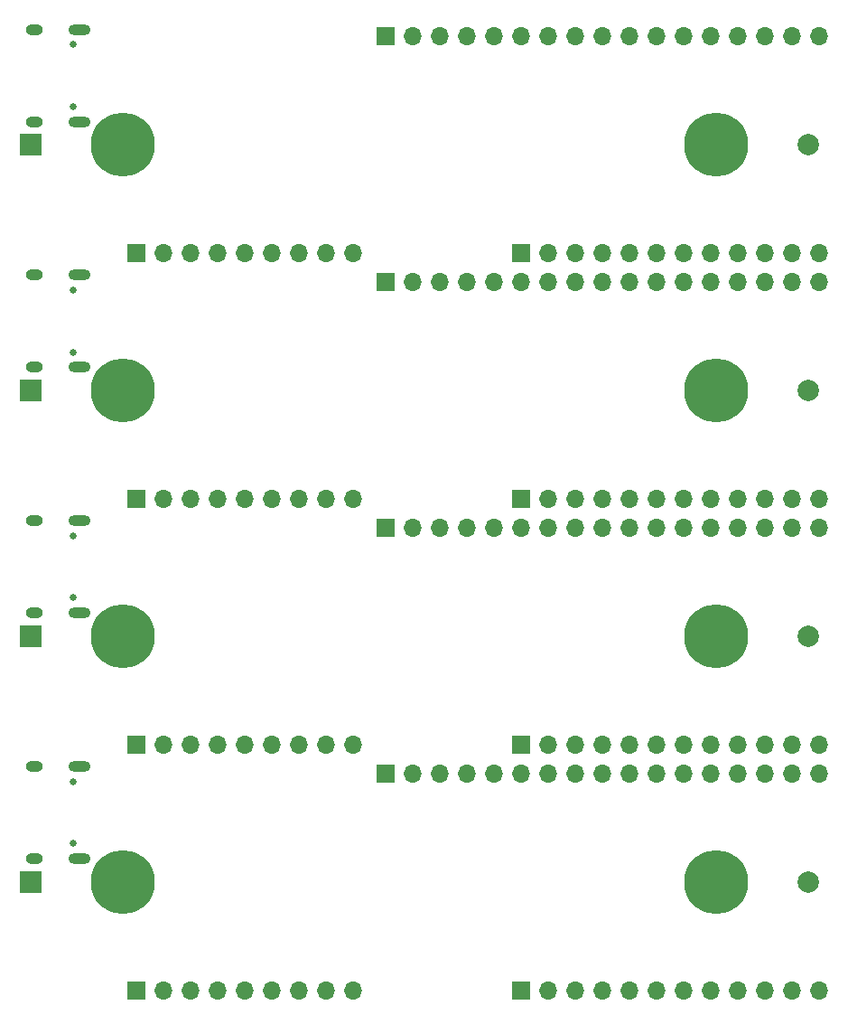
<source format=gbr>
%TF.GenerationSoftware,KiCad,Pcbnew,(5.1.9)-1*%
%TF.CreationDate,2021-08-15T16:36:55+08:00*%
%TF.ProjectId,final project,66696e61-6c20-4707-926f-6a6563742e6b,rev?*%
%TF.SameCoordinates,Original*%
%TF.FileFunction,Soldermask,Bot*%
%TF.FilePolarity,Negative*%
%FSLAX46Y46*%
G04 Gerber Fmt 4.6, Leading zero omitted, Abs format (unit mm)*
G04 Created by KiCad (PCBNEW (5.1.9)-1) date 2021-08-15 16:36:55*
%MOMM*%
%LPD*%
G01*
G04 APERTURE LIST*
%ADD10R,2.000000X2.000000*%
%ADD11C,2.000000*%
%ADD12C,6.000000*%
%ADD13O,1.600000X1.000000*%
%ADD14O,2.100000X1.000000*%
%ADD15C,0.650000*%
%ADD16R,1.700000X1.700000*%
%ADD17O,1.700000X1.700000*%
G04 APERTURE END LIST*
D10*
%TO.C,BT1*%
X53000000Y-111060000D03*
D11*
X125900000Y-111060000D03*
D12*
X117255000Y-111060000D03*
X61636000Y-111060000D03*
%TD*%
D10*
%TO.C,BT1*%
X53000000Y-88040000D03*
D11*
X125900000Y-88040000D03*
D12*
X117255000Y-88040000D03*
X61636000Y-88040000D03*
%TD*%
D10*
%TO.C,BT1*%
X53000000Y-65020000D03*
D11*
X125900000Y-65020000D03*
D12*
X117255000Y-65020000D03*
X61636000Y-65020000D03*
%TD*%
D13*
%TO.C,USB1*%
X53350000Y-108880000D03*
X53350000Y-100240000D03*
D14*
X57530000Y-108880000D03*
X57530000Y-100240000D03*
D15*
X57000000Y-101670000D03*
X57000000Y-107450000D03*
%TD*%
D13*
%TO.C,USB1*%
X53350000Y-85860000D03*
X53350000Y-77220000D03*
D14*
X57530000Y-85860000D03*
X57530000Y-77220000D03*
D15*
X57000000Y-78650000D03*
X57000000Y-84430000D03*
%TD*%
D13*
%TO.C,USB1*%
X53350000Y-62840000D03*
X53350000Y-54200000D03*
D14*
X57530000Y-62840000D03*
X57530000Y-54200000D03*
D15*
X57000000Y-55630000D03*
X57000000Y-61410000D03*
%TD*%
D16*
%TO.C,J3*%
X86260000Y-100900000D03*
D17*
X88800000Y-100900000D03*
X91340000Y-100900000D03*
X93880000Y-100900000D03*
X96420000Y-100900000D03*
X98960000Y-100900000D03*
X101500000Y-100900000D03*
X104040000Y-100900000D03*
X106580000Y-100900000D03*
X109120000Y-100900000D03*
X111660000Y-100900000D03*
X114200000Y-100900000D03*
X116740000Y-100900000D03*
X119280000Y-100900000D03*
X121820000Y-100900000D03*
X124360000Y-100900000D03*
X126900000Y-100900000D03*
%TD*%
D16*
%TO.C,J3*%
X86260000Y-77880000D03*
D17*
X88800000Y-77880000D03*
X91340000Y-77880000D03*
X93880000Y-77880000D03*
X96420000Y-77880000D03*
X98960000Y-77880000D03*
X101500000Y-77880000D03*
X104040000Y-77880000D03*
X106580000Y-77880000D03*
X109120000Y-77880000D03*
X111660000Y-77880000D03*
X114200000Y-77880000D03*
X116740000Y-77880000D03*
X119280000Y-77880000D03*
X121820000Y-77880000D03*
X124360000Y-77880000D03*
X126900000Y-77880000D03*
%TD*%
D16*
%TO.C,J3*%
X86260000Y-54860000D03*
D17*
X88800000Y-54860000D03*
X91340000Y-54860000D03*
X93880000Y-54860000D03*
X96420000Y-54860000D03*
X98960000Y-54860000D03*
X101500000Y-54860000D03*
X104040000Y-54860000D03*
X106580000Y-54860000D03*
X109120000Y-54860000D03*
X111660000Y-54860000D03*
X114200000Y-54860000D03*
X116740000Y-54860000D03*
X119280000Y-54860000D03*
X121820000Y-54860000D03*
X124360000Y-54860000D03*
X126900000Y-54860000D03*
%TD*%
D16*
%TO.C,J1*%
X62930000Y-121220000D03*
D17*
X65470000Y-121220000D03*
X68010000Y-121220000D03*
X70550000Y-121220000D03*
X73090000Y-121220000D03*
X75630000Y-121220000D03*
X78170000Y-121220000D03*
X80710000Y-121220000D03*
X83250000Y-121220000D03*
%TD*%
D16*
%TO.C,J1*%
X62930000Y-98200000D03*
D17*
X65470000Y-98200000D03*
X68010000Y-98200000D03*
X70550000Y-98200000D03*
X73090000Y-98200000D03*
X75630000Y-98200000D03*
X78170000Y-98200000D03*
X80710000Y-98200000D03*
X83250000Y-98200000D03*
%TD*%
D16*
%TO.C,J1*%
X62930000Y-75180000D03*
D17*
X65470000Y-75180000D03*
X68010000Y-75180000D03*
X70550000Y-75180000D03*
X73090000Y-75180000D03*
X75630000Y-75180000D03*
X78170000Y-75180000D03*
X80710000Y-75180000D03*
X83250000Y-75180000D03*
%TD*%
D16*
%TO.C,J2*%
X98960000Y-121220000D03*
D17*
X101500000Y-121220000D03*
X104040000Y-121220000D03*
X106580000Y-121220000D03*
X109120000Y-121220000D03*
X111660000Y-121220000D03*
X114200000Y-121220000D03*
X116740000Y-121220000D03*
X119280000Y-121220000D03*
X121820000Y-121220000D03*
X124360000Y-121220000D03*
X126900000Y-121220000D03*
%TD*%
D16*
%TO.C,J2*%
X98960000Y-98200000D03*
D17*
X101500000Y-98200000D03*
X104040000Y-98200000D03*
X106580000Y-98200000D03*
X109120000Y-98200000D03*
X111660000Y-98200000D03*
X114200000Y-98200000D03*
X116740000Y-98200000D03*
X119280000Y-98200000D03*
X121820000Y-98200000D03*
X124360000Y-98200000D03*
X126900000Y-98200000D03*
%TD*%
D16*
%TO.C,J2*%
X98960000Y-75180000D03*
D17*
X101500000Y-75180000D03*
X104040000Y-75180000D03*
X106580000Y-75180000D03*
X109120000Y-75180000D03*
X111660000Y-75180000D03*
X114200000Y-75180000D03*
X116740000Y-75180000D03*
X119280000Y-75180000D03*
X121820000Y-75180000D03*
X124360000Y-75180000D03*
X126900000Y-75180000D03*
%TD*%
D15*
%TO.C,USB1*%
X57000000Y-38390000D03*
X57000000Y-32610000D03*
D14*
X57530000Y-31180000D03*
X57530000Y-39820000D03*
D13*
X53350000Y-31180000D03*
X53350000Y-39820000D03*
%TD*%
D17*
%TO.C,J1*%
X83250000Y-52160000D03*
X80710000Y-52160000D03*
X78170000Y-52160000D03*
X75630000Y-52160000D03*
X73090000Y-52160000D03*
X70550000Y-52160000D03*
X68010000Y-52160000D03*
X65470000Y-52160000D03*
D16*
X62930000Y-52160000D03*
%TD*%
D17*
%TO.C,J3*%
X126900000Y-31840000D03*
X124360000Y-31840000D03*
X121820000Y-31840000D03*
X119280000Y-31840000D03*
X116740000Y-31840000D03*
X114200000Y-31840000D03*
X111660000Y-31840000D03*
X109120000Y-31840000D03*
X106580000Y-31840000D03*
X104040000Y-31840000D03*
X101500000Y-31840000D03*
X98960000Y-31840000D03*
X96420000Y-31840000D03*
X93880000Y-31840000D03*
X91340000Y-31840000D03*
X88800000Y-31840000D03*
D16*
X86260000Y-31840000D03*
%TD*%
D17*
%TO.C,J2*%
X126900000Y-52160000D03*
X124360000Y-52160000D03*
X121820000Y-52160000D03*
X119280000Y-52160000D03*
X116740000Y-52160000D03*
X114200000Y-52160000D03*
X111660000Y-52160000D03*
X109120000Y-52160000D03*
X106580000Y-52160000D03*
X104040000Y-52160000D03*
X101500000Y-52160000D03*
D16*
X98960000Y-52160000D03*
%TD*%
D12*
%TO.C,BT1*%
X61636000Y-42000000D03*
X117255000Y-42000000D03*
D11*
X125900000Y-42000000D03*
D10*
X53000000Y-42000000D03*
%TD*%
M02*

</source>
